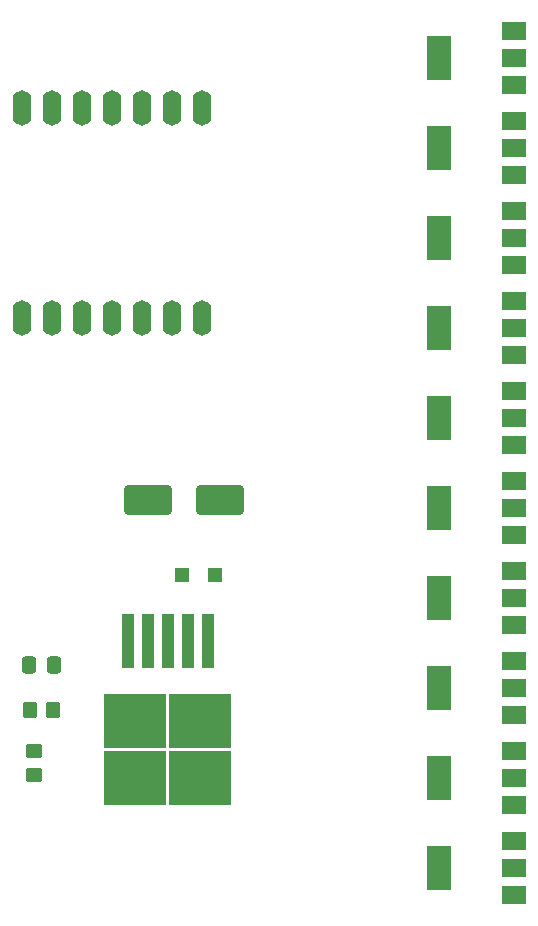
<source format=gbr>
%TF.GenerationSoftware,KiCad,Pcbnew,(6.0.6-0)*%
%TF.CreationDate,2024-07-06T11:12:15+02:00*%
%TF.ProjectId,10outputs,31306f75-7470-4757-9473-2e6b69636164,rev?*%
%TF.SameCoordinates,Original*%
%TF.FileFunction,Paste,Top*%
%TF.FilePolarity,Positive*%
%FSLAX46Y46*%
G04 Gerber Fmt 4.6, Leading zero omitted, Abs format (unit mm)*
G04 Created by KiCad (PCBNEW (6.0.6-0)) date 2024-07-06 11:12:15*
%MOMM*%
%LPD*%
G01*
G04 APERTURE LIST*
G04 Aperture macros list*
%AMRoundRect*
0 Rectangle with rounded corners*
0 $1 Rounding radius*
0 $2 $3 $4 $5 $6 $7 $8 $9 X,Y pos of 4 corners*
0 Add a 4 corners polygon primitive as box body*
4,1,4,$2,$3,$4,$5,$6,$7,$8,$9,$2,$3,0*
0 Add four circle primitives for the rounded corners*
1,1,$1+$1,$2,$3*
1,1,$1+$1,$4,$5*
1,1,$1+$1,$6,$7*
1,1,$1+$1,$8,$9*
0 Add four rect primitives between the rounded corners*
20,1,$1+$1,$2,$3,$4,$5,0*
20,1,$1+$1,$4,$5,$6,$7,0*
20,1,$1+$1,$6,$7,$8,$9,0*
20,1,$1+$1,$8,$9,$2,$3,0*%
G04 Aperture macros list end*
%ADD10R,2.000000X1.500000*%
%ADD11R,2.000000X3.800000*%
%ADD12RoundRect,0.250000X0.350000X0.450000X-0.350000X0.450000X-0.350000X-0.450000X0.350000X-0.450000X0*%
%ADD13RoundRect,0.800000X0.000000X-0.700000X0.000000X0.700000X0.000000X0.700000X0.000000X-0.700000X0*%
%ADD14RoundRect,0.250000X0.450000X-0.350000X0.450000X0.350000X-0.450000X0.350000X-0.450000X-0.350000X0*%
%ADD15RoundRect,0.250000X0.337500X0.475000X-0.337500X0.475000X-0.337500X-0.475000X0.337500X-0.475000X0*%
%ADD16R,5.250000X4.550000*%
%ADD17R,1.100000X4.600000*%
%ADD18RoundRect,0.250000X1.750000X1.000000X-1.750000X1.000000X-1.750000X-1.000000X1.750000X-1.000000X0*%
%ADD19R,1.200000X1.200000*%
G04 APERTURE END LIST*
D10*
%TO.C,Q7*%
X134976000Y-85104000D03*
X134976000Y-82804000D03*
X134976000Y-80504000D03*
D11*
X128676000Y-82804000D03*
%TD*%
D10*
%TO.C,Q9*%
X134976000Y-77484000D03*
X134976000Y-75184000D03*
X134976000Y-72884000D03*
D11*
X128676000Y-75184000D03*
%TD*%
D12*
%TO.C,R1*%
X95996000Y-99949000D03*
X93996000Y-99949000D03*
%TD*%
D13*
%TO.C,U4*%
X93373076Y-66690000D03*
X95913076Y-66690000D03*
X98453076Y-66690000D03*
X100993076Y-66690000D03*
X103533076Y-66690000D03*
X106073076Y-66690000D03*
X108613076Y-66690000D03*
X108613076Y-48910000D03*
X106073076Y-48910000D03*
X103533076Y-48910000D03*
X100993076Y-48910000D03*
X98453076Y-48910000D03*
X95913076Y-48910000D03*
X93373076Y-48910000D03*
%TD*%
D14*
%TO.C,1k1*%
X94361000Y-105394000D03*
X94361000Y-103394000D03*
%TD*%
D10*
%TO.C,Q5*%
X134976000Y-92724000D03*
X134976000Y-90424000D03*
X134976000Y-88124000D03*
D11*
X128676000Y-90424000D03*
%TD*%
D10*
%TO.C,Q3*%
X134976000Y-100344000D03*
X134976000Y-98044000D03*
X134976000Y-95744000D03*
D11*
X128676000Y-98044000D03*
%TD*%
D10*
%TO.C,Q10*%
X134976000Y-47004000D03*
X134976000Y-44704000D03*
X134976000Y-42404000D03*
D11*
X128676000Y-44704000D03*
%TD*%
D10*
%TO.C,Q2*%
X134976000Y-107964000D03*
X134976000Y-105664000D03*
X134976000Y-103364000D03*
D11*
X128676000Y-105664000D03*
%TD*%
D15*
%TO.C,10nF1*%
X96033500Y-96139000D03*
X93958500Y-96139000D03*
%TD*%
D16*
%TO.C,U1*%
X102908000Y-100814000D03*
X108458000Y-100814000D03*
X108458000Y-105664000D03*
X102908000Y-105664000D03*
D17*
X109083000Y-94089000D03*
X107383000Y-94089000D03*
X105683000Y-94089000D03*
X103983000Y-94089000D03*
X102283000Y-94089000D03*
%TD*%
D10*
%TO.C,Q1*%
X134976000Y-115584000D03*
X134976000Y-113284000D03*
X134976000Y-110984000D03*
D11*
X128676000Y-113284000D03*
%TD*%
D10*
%TO.C,Q4*%
X134976000Y-69864000D03*
X134976000Y-67564000D03*
X134976000Y-65264000D03*
D11*
X128676000Y-67564000D03*
%TD*%
D18*
%TO.C,L1*%
X110111000Y-82169000D03*
X104011000Y-82169000D03*
%TD*%
D19*
%TO.C,D1*%
X109731000Y-88519000D03*
X106931000Y-88519000D03*
%TD*%
D10*
%TO.C,Q6*%
X134976000Y-62244000D03*
X134976000Y-59944000D03*
X134976000Y-57644000D03*
D11*
X128676000Y-59944000D03*
%TD*%
D10*
%TO.C,Q8*%
X134976000Y-54624000D03*
X134976000Y-52324000D03*
X134976000Y-50024000D03*
D11*
X128676000Y-52324000D03*
%TD*%
M02*

</source>
